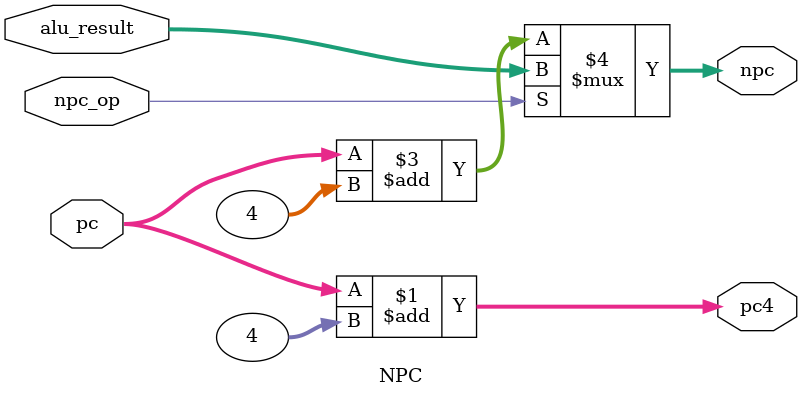
<source format=v>


module NPC(
    input [31:0] pc,
    input [31:0] alu_result,
    input npc_op,
    output [31:0] pc4,
    output [31:0] npc
    );
    
    assign pc4=pc+4;
    assign npc=(npc_op==0)?(pc+4):alu_result;
   
endmodule

</source>
